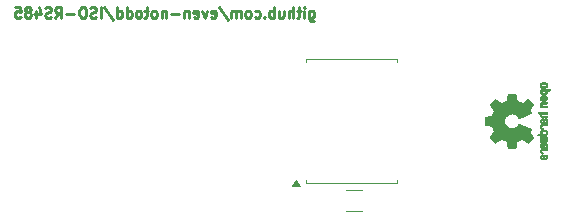
<source format=gbr>
%TF.GenerationSoftware,KiCad,Pcbnew,9.0.2*%
%TF.CreationDate,2025-07-27T21:59:35+02:00*%
%TF.ProjectId,USB-RS485_FT230,5553422d-5253-4343-9835-5f4654323330,rev?*%
%TF.SameCoordinates,Original*%
%TF.FileFunction,Legend,Bot*%
%TF.FilePolarity,Positive*%
%FSLAX46Y46*%
G04 Gerber Fmt 4.6, Leading zero omitted, Abs format (unit mm)*
G04 Created by KiCad (PCBNEW 9.0.2) date 2025-07-27 21:59:35*
%MOMM*%
%LPD*%
G01*
G04 APERTURE LIST*
%ADD10C,0.225000*%
%ADD11C,0.120000*%
%ADD12C,0.010000*%
G04 APERTURE END LIST*
D10*
X150466974Y-84237066D02*
X150466974Y-84965637D01*
X150466974Y-84965637D02*
X150509831Y-85051351D01*
X150509831Y-85051351D02*
X150552688Y-85094209D01*
X150552688Y-85094209D02*
X150638402Y-85137066D01*
X150638402Y-85137066D02*
X150766974Y-85137066D01*
X150766974Y-85137066D02*
X150852688Y-85094209D01*
X150466974Y-84794209D02*
X150552688Y-84837066D01*
X150552688Y-84837066D02*
X150724116Y-84837066D01*
X150724116Y-84837066D02*
X150809831Y-84794209D01*
X150809831Y-84794209D02*
X150852688Y-84751351D01*
X150852688Y-84751351D02*
X150895545Y-84665637D01*
X150895545Y-84665637D02*
X150895545Y-84408494D01*
X150895545Y-84408494D02*
X150852688Y-84322780D01*
X150852688Y-84322780D02*
X150809831Y-84279923D01*
X150809831Y-84279923D02*
X150724116Y-84237066D01*
X150724116Y-84237066D02*
X150552688Y-84237066D01*
X150552688Y-84237066D02*
X150466974Y-84279923D01*
X150038402Y-84837066D02*
X150038402Y-84237066D01*
X150038402Y-83937066D02*
X150081259Y-83979923D01*
X150081259Y-83979923D02*
X150038402Y-84022780D01*
X150038402Y-84022780D02*
X149995545Y-83979923D01*
X149995545Y-83979923D02*
X150038402Y-83937066D01*
X150038402Y-83937066D02*
X150038402Y-84022780D01*
X149738402Y-84237066D02*
X149395545Y-84237066D01*
X149609831Y-83937066D02*
X149609831Y-84708494D01*
X149609831Y-84708494D02*
X149566974Y-84794209D01*
X149566974Y-84794209D02*
X149481259Y-84837066D01*
X149481259Y-84837066D02*
X149395545Y-84837066D01*
X149095545Y-84837066D02*
X149095545Y-83937066D01*
X148709831Y-84837066D02*
X148709831Y-84365637D01*
X148709831Y-84365637D02*
X148752688Y-84279923D01*
X148752688Y-84279923D02*
X148838402Y-84237066D01*
X148838402Y-84237066D02*
X148966973Y-84237066D01*
X148966973Y-84237066D02*
X149052688Y-84279923D01*
X149052688Y-84279923D02*
X149095545Y-84322780D01*
X147895545Y-84237066D02*
X147895545Y-84837066D01*
X148281259Y-84237066D02*
X148281259Y-84708494D01*
X148281259Y-84708494D02*
X148238402Y-84794209D01*
X148238402Y-84794209D02*
X148152687Y-84837066D01*
X148152687Y-84837066D02*
X148024116Y-84837066D01*
X148024116Y-84837066D02*
X147938402Y-84794209D01*
X147938402Y-84794209D02*
X147895545Y-84751351D01*
X147466973Y-84837066D02*
X147466973Y-83937066D01*
X147466973Y-84279923D02*
X147381259Y-84237066D01*
X147381259Y-84237066D02*
X147209830Y-84237066D01*
X147209830Y-84237066D02*
X147124116Y-84279923D01*
X147124116Y-84279923D02*
X147081259Y-84322780D01*
X147081259Y-84322780D02*
X147038401Y-84408494D01*
X147038401Y-84408494D02*
X147038401Y-84665637D01*
X147038401Y-84665637D02*
X147081259Y-84751351D01*
X147081259Y-84751351D02*
X147124116Y-84794209D01*
X147124116Y-84794209D02*
X147209830Y-84837066D01*
X147209830Y-84837066D02*
X147381259Y-84837066D01*
X147381259Y-84837066D02*
X147466973Y-84794209D01*
X146652687Y-84751351D02*
X146609830Y-84794209D01*
X146609830Y-84794209D02*
X146652687Y-84837066D01*
X146652687Y-84837066D02*
X146695544Y-84794209D01*
X146695544Y-84794209D02*
X146652687Y-84751351D01*
X146652687Y-84751351D02*
X146652687Y-84837066D01*
X145838402Y-84794209D02*
X145924116Y-84837066D01*
X145924116Y-84837066D02*
X146095544Y-84837066D01*
X146095544Y-84837066D02*
X146181259Y-84794209D01*
X146181259Y-84794209D02*
X146224116Y-84751351D01*
X146224116Y-84751351D02*
X146266973Y-84665637D01*
X146266973Y-84665637D02*
X146266973Y-84408494D01*
X146266973Y-84408494D02*
X146224116Y-84322780D01*
X146224116Y-84322780D02*
X146181259Y-84279923D01*
X146181259Y-84279923D02*
X146095544Y-84237066D01*
X146095544Y-84237066D02*
X145924116Y-84237066D01*
X145924116Y-84237066D02*
X145838402Y-84279923D01*
X145324115Y-84837066D02*
X145409830Y-84794209D01*
X145409830Y-84794209D02*
X145452687Y-84751351D01*
X145452687Y-84751351D02*
X145495544Y-84665637D01*
X145495544Y-84665637D02*
X145495544Y-84408494D01*
X145495544Y-84408494D02*
X145452687Y-84322780D01*
X145452687Y-84322780D02*
X145409830Y-84279923D01*
X145409830Y-84279923D02*
X145324115Y-84237066D01*
X145324115Y-84237066D02*
X145195544Y-84237066D01*
X145195544Y-84237066D02*
X145109830Y-84279923D01*
X145109830Y-84279923D02*
X145066973Y-84322780D01*
X145066973Y-84322780D02*
X145024115Y-84408494D01*
X145024115Y-84408494D02*
X145024115Y-84665637D01*
X145024115Y-84665637D02*
X145066973Y-84751351D01*
X145066973Y-84751351D02*
X145109830Y-84794209D01*
X145109830Y-84794209D02*
X145195544Y-84837066D01*
X145195544Y-84837066D02*
X145324115Y-84837066D01*
X144638401Y-84837066D02*
X144638401Y-84237066D01*
X144638401Y-84322780D02*
X144595544Y-84279923D01*
X144595544Y-84279923D02*
X144509829Y-84237066D01*
X144509829Y-84237066D02*
X144381258Y-84237066D01*
X144381258Y-84237066D02*
X144295544Y-84279923D01*
X144295544Y-84279923D02*
X144252687Y-84365637D01*
X144252687Y-84365637D02*
X144252687Y-84837066D01*
X144252687Y-84365637D02*
X144209829Y-84279923D01*
X144209829Y-84279923D02*
X144124115Y-84237066D01*
X144124115Y-84237066D02*
X143995544Y-84237066D01*
X143995544Y-84237066D02*
X143909829Y-84279923D01*
X143909829Y-84279923D02*
X143866972Y-84365637D01*
X143866972Y-84365637D02*
X143866972Y-84837066D01*
X142795544Y-83894209D02*
X143566972Y-85051351D01*
X142152687Y-84794209D02*
X142238401Y-84837066D01*
X142238401Y-84837066D02*
X142409830Y-84837066D01*
X142409830Y-84837066D02*
X142495544Y-84794209D01*
X142495544Y-84794209D02*
X142538401Y-84708494D01*
X142538401Y-84708494D02*
X142538401Y-84365637D01*
X142538401Y-84365637D02*
X142495544Y-84279923D01*
X142495544Y-84279923D02*
X142409830Y-84237066D01*
X142409830Y-84237066D02*
X142238401Y-84237066D01*
X142238401Y-84237066D02*
X142152687Y-84279923D01*
X142152687Y-84279923D02*
X142109830Y-84365637D01*
X142109830Y-84365637D02*
X142109830Y-84451351D01*
X142109830Y-84451351D02*
X142538401Y-84537066D01*
X141809829Y-84237066D02*
X141595543Y-84837066D01*
X141595543Y-84837066D02*
X141381258Y-84237066D01*
X140695544Y-84794209D02*
X140781258Y-84837066D01*
X140781258Y-84837066D02*
X140952687Y-84837066D01*
X140952687Y-84837066D02*
X141038401Y-84794209D01*
X141038401Y-84794209D02*
X141081258Y-84708494D01*
X141081258Y-84708494D02*
X141081258Y-84365637D01*
X141081258Y-84365637D02*
X141038401Y-84279923D01*
X141038401Y-84279923D02*
X140952687Y-84237066D01*
X140952687Y-84237066D02*
X140781258Y-84237066D01*
X140781258Y-84237066D02*
X140695544Y-84279923D01*
X140695544Y-84279923D02*
X140652687Y-84365637D01*
X140652687Y-84365637D02*
X140652687Y-84451351D01*
X140652687Y-84451351D02*
X141081258Y-84537066D01*
X140266972Y-84237066D02*
X140266972Y-84837066D01*
X140266972Y-84322780D02*
X140224115Y-84279923D01*
X140224115Y-84279923D02*
X140138400Y-84237066D01*
X140138400Y-84237066D02*
X140009829Y-84237066D01*
X140009829Y-84237066D02*
X139924115Y-84279923D01*
X139924115Y-84279923D02*
X139881258Y-84365637D01*
X139881258Y-84365637D02*
X139881258Y-84837066D01*
X139452686Y-84494209D02*
X138766972Y-84494209D01*
X138338400Y-84237066D02*
X138338400Y-84837066D01*
X138338400Y-84322780D02*
X138295543Y-84279923D01*
X138295543Y-84279923D02*
X138209828Y-84237066D01*
X138209828Y-84237066D02*
X138081257Y-84237066D01*
X138081257Y-84237066D02*
X137995543Y-84279923D01*
X137995543Y-84279923D02*
X137952686Y-84365637D01*
X137952686Y-84365637D02*
X137952686Y-84837066D01*
X137395542Y-84837066D02*
X137481257Y-84794209D01*
X137481257Y-84794209D02*
X137524114Y-84751351D01*
X137524114Y-84751351D02*
X137566971Y-84665637D01*
X137566971Y-84665637D02*
X137566971Y-84408494D01*
X137566971Y-84408494D02*
X137524114Y-84322780D01*
X137524114Y-84322780D02*
X137481257Y-84279923D01*
X137481257Y-84279923D02*
X137395542Y-84237066D01*
X137395542Y-84237066D02*
X137266971Y-84237066D01*
X137266971Y-84237066D02*
X137181257Y-84279923D01*
X137181257Y-84279923D02*
X137138400Y-84322780D01*
X137138400Y-84322780D02*
X137095542Y-84408494D01*
X137095542Y-84408494D02*
X137095542Y-84665637D01*
X137095542Y-84665637D02*
X137138400Y-84751351D01*
X137138400Y-84751351D02*
X137181257Y-84794209D01*
X137181257Y-84794209D02*
X137266971Y-84837066D01*
X137266971Y-84837066D02*
X137395542Y-84837066D01*
X136838399Y-84237066D02*
X136495542Y-84237066D01*
X136709828Y-83937066D02*
X136709828Y-84708494D01*
X136709828Y-84708494D02*
X136666971Y-84794209D01*
X136666971Y-84794209D02*
X136581256Y-84837066D01*
X136581256Y-84837066D02*
X136495542Y-84837066D01*
X136066970Y-84837066D02*
X136152685Y-84794209D01*
X136152685Y-84794209D02*
X136195542Y-84751351D01*
X136195542Y-84751351D02*
X136238399Y-84665637D01*
X136238399Y-84665637D02*
X136238399Y-84408494D01*
X136238399Y-84408494D02*
X136195542Y-84322780D01*
X136195542Y-84322780D02*
X136152685Y-84279923D01*
X136152685Y-84279923D02*
X136066970Y-84237066D01*
X136066970Y-84237066D02*
X135938399Y-84237066D01*
X135938399Y-84237066D02*
X135852685Y-84279923D01*
X135852685Y-84279923D02*
X135809828Y-84322780D01*
X135809828Y-84322780D02*
X135766970Y-84408494D01*
X135766970Y-84408494D02*
X135766970Y-84665637D01*
X135766970Y-84665637D02*
X135809828Y-84751351D01*
X135809828Y-84751351D02*
X135852685Y-84794209D01*
X135852685Y-84794209D02*
X135938399Y-84837066D01*
X135938399Y-84837066D02*
X136066970Y-84837066D01*
X134995542Y-84837066D02*
X134995542Y-83937066D01*
X134995542Y-84794209D02*
X135081256Y-84837066D01*
X135081256Y-84837066D02*
X135252684Y-84837066D01*
X135252684Y-84837066D02*
X135338399Y-84794209D01*
X135338399Y-84794209D02*
X135381256Y-84751351D01*
X135381256Y-84751351D02*
X135424113Y-84665637D01*
X135424113Y-84665637D02*
X135424113Y-84408494D01*
X135424113Y-84408494D02*
X135381256Y-84322780D01*
X135381256Y-84322780D02*
X135338399Y-84279923D01*
X135338399Y-84279923D02*
X135252684Y-84237066D01*
X135252684Y-84237066D02*
X135081256Y-84237066D01*
X135081256Y-84237066D02*
X134995542Y-84279923D01*
X134181256Y-84837066D02*
X134181256Y-83937066D01*
X134181256Y-84794209D02*
X134266970Y-84837066D01*
X134266970Y-84837066D02*
X134438398Y-84837066D01*
X134438398Y-84837066D02*
X134524113Y-84794209D01*
X134524113Y-84794209D02*
X134566970Y-84751351D01*
X134566970Y-84751351D02*
X134609827Y-84665637D01*
X134609827Y-84665637D02*
X134609827Y-84408494D01*
X134609827Y-84408494D02*
X134566970Y-84322780D01*
X134566970Y-84322780D02*
X134524113Y-84279923D01*
X134524113Y-84279923D02*
X134438398Y-84237066D01*
X134438398Y-84237066D02*
X134266970Y-84237066D01*
X134266970Y-84237066D02*
X134181256Y-84279923D01*
X133109827Y-83894209D02*
X133881255Y-85051351D01*
X132809827Y-84837066D02*
X132809827Y-83937066D01*
X132424113Y-84794209D02*
X132295542Y-84837066D01*
X132295542Y-84837066D02*
X132081256Y-84837066D01*
X132081256Y-84837066D02*
X131995542Y-84794209D01*
X131995542Y-84794209D02*
X131952684Y-84751351D01*
X131952684Y-84751351D02*
X131909827Y-84665637D01*
X131909827Y-84665637D02*
X131909827Y-84579923D01*
X131909827Y-84579923D02*
X131952684Y-84494209D01*
X131952684Y-84494209D02*
X131995542Y-84451351D01*
X131995542Y-84451351D02*
X132081256Y-84408494D01*
X132081256Y-84408494D02*
X132252684Y-84365637D01*
X132252684Y-84365637D02*
X132338399Y-84322780D01*
X132338399Y-84322780D02*
X132381256Y-84279923D01*
X132381256Y-84279923D02*
X132424113Y-84194209D01*
X132424113Y-84194209D02*
X132424113Y-84108494D01*
X132424113Y-84108494D02*
X132381256Y-84022780D01*
X132381256Y-84022780D02*
X132338399Y-83979923D01*
X132338399Y-83979923D02*
X132252684Y-83937066D01*
X132252684Y-83937066D02*
X132038399Y-83937066D01*
X132038399Y-83937066D02*
X131909827Y-83979923D01*
X131352684Y-83937066D02*
X131181256Y-83937066D01*
X131181256Y-83937066D02*
X131095541Y-83979923D01*
X131095541Y-83979923D02*
X131009827Y-84065637D01*
X131009827Y-84065637D02*
X130966970Y-84237066D01*
X130966970Y-84237066D02*
X130966970Y-84537066D01*
X130966970Y-84537066D02*
X131009827Y-84708494D01*
X131009827Y-84708494D02*
X131095541Y-84794209D01*
X131095541Y-84794209D02*
X131181256Y-84837066D01*
X131181256Y-84837066D02*
X131352684Y-84837066D01*
X131352684Y-84837066D02*
X131438399Y-84794209D01*
X131438399Y-84794209D02*
X131524113Y-84708494D01*
X131524113Y-84708494D02*
X131566970Y-84537066D01*
X131566970Y-84537066D02*
X131566970Y-84237066D01*
X131566970Y-84237066D02*
X131524113Y-84065637D01*
X131524113Y-84065637D02*
X131438399Y-83979923D01*
X131438399Y-83979923D02*
X131352684Y-83937066D01*
X130581256Y-84494209D02*
X129895542Y-84494209D01*
X128952684Y-84837066D02*
X129252684Y-84408494D01*
X129466970Y-84837066D02*
X129466970Y-83937066D01*
X129466970Y-83937066D02*
X129124113Y-83937066D01*
X129124113Y-83937066D02*
X129038398Y-83979923D01*
X129038398Y-83979923D02*
X128995541Y-84022780D01*
X128995541Y-84022780D02*
X128952684Y-84108494D01*
X128952684Y-84108494D02*
X128952684Y-84237066D01*
X128952684Y-84237066D02*
X128995541Y-84322780D01*
X128995541Y-84322780D02*
X129038398Y-84365637D01*
X129038398Y-84365637D02*
X129124113Y-84408494D01*
X129124113Y-84408494D02*
X129466970Y-84408494D01*
X128609827Y-84794209D02*
X128481256Y-84837066D01*
X128481256Y-84837066D02*
X128266970Y-84837066D01*
X128266970Y-84837066D02*
X128181256Y-84794209D01*
X128181256Y-84794209D02*
X128138398Y-84751351D01*
X128138398Y-84751351D02*
X128095541Y-84665637D01*
X128095541Y-84665637D02*
X128095541Y-84579923D01*
X128095541Y-84579923D02*
X128138398Y-84494209D01*
X128138398Y-84494209D02*
X128181256Y-84451351D01*
X128181256Y-84451351D02*
X128266970Y-84408494D01*
X128266970Y-84408494D02*
X128438398Y-84365637D01*
X128438398Y-84365637D02*
X128524113Y-84322780D01*
X128524113Y-84322780D02*
X128566970Y-84279923D01*
X128566970Y-84279923D02*
X128609827Y-84194209D01*
X128609827Y-84194209D02*
X128609827Y-84108494D01*
X128609827Y-84108494D02*
X128566970Y-84022780D01*
X128566970Y-84022780D02*
X128524113Y-83979923D01*
X128524113Y-83979923D02*
X128438398Y-83937066D01*
X128438398Y-83937066D02*
X128224113Y-83937066D01*
X128224113Y-83937066D02*
X128095541Y-83979923D01*
X127324113Y-84237066D02*
X127324113Y-84837066D01*
X127538398Y-83894209D02*
X127752684Y-84537066D01*
X127752684Y-84537066D02*
X127195541Y-84537066D01*
X126724112Y-84322780D02*
X126809827Y-84279923D01*
X126809827Y-84279923D02*
X126852684Y-84237066D01*
X126852684Y-84237066D02*
X126895541Y-84151351D01*
X126895541Y-84151351D02*
X126895541Y-84108494D01*
X126895541Y-84108494D02*
X126852684Y-84022780D01*
X126852684Y-84022780D02*
X126809827Y-83979923D01*
X126809827Y-83979923D02*
X126724112Y-83937066D01*
X126724112Y-83937066D02*
X126552684Y-83937066D01*
X126552684Y-83937066D02*
X126466970Y-83979923D01*
X126466970Y-83979923D02*
X126424112Y-84022780D01*
X126424112Y-84022780D02*
X126381255Y-84108494D01*
X126381255Y-84108494D02*
X126381255Y-84151351D01*
X126381255Y-84151351D02*
X126424112Y-84237066D01*
X126424112Y-84237066D02*
X126466970Y-84279923D01*
X126466970Y-84279923D02*
X126552684Y-84322780D01*
X126552684Y-84322780D02*
X126724112Y-84322780D01*
X126724112Y-84322780D02*
X126809827Y-84365637D01*
X126809827Y-84365637D02*
X126852684Y-84408494D01*
X126852684Y-84408494D02*
X126895541Y-84494209D01*
X126895541Y-84494209D02*
X126895541Y-84665637D01*
X126895541Y-84665637D02*
X126852684Y-84751351D01*
X126852684Y-84751351D02*
X126809827Y-84794209D01*
X126809827Y-84794209D02*
X126724112Y-84837066D01*
X126724112Y-84837066D02*
X126552684Y-84837066D01*
X126552684Y-84837066D02*
X126466970Y-84794209D01*
X126466970Y-84794209D02*
X126424112Y-84751351D01*
X126424112Y-84751351D02*
X126381255Y-84665637D01*
X126381255Y-84665637D02*
X126381255Y-84494209D01*
X126381255Y-84494209D02*
X126424112Y-84408494D01*
X126424112Y-84408494D02*
X126466970Y-84365637D01*
X126466970Y-84365637D02*
X126552684Y-84322780D01*
X125566969Y-83937066D02*
X125995541Y-83937066D01*
X125995541Y-83937066D02*
X126038398Y-84365637D01*
X126038398Y-84365637D02*
X125995541Y-84322780D01*
X125995541Y-84322780D02*
X125909827Y-84279923D01*
X125909827Y-84279923D02*
X125695541Y-84279923D01*
X125695541Y-84279923D02*
X125609827Y-84322780D01*
X125609827Y-84322780D02*
X125566969Y-84365637D01*
X125566969Y-84365637D02*
X125524112Y-84451351D01*
X125524112Y-84451351D02*
X125524112Y-84665637D01*
X125524112Y-84665637D02*
X125566969Y-84751351D01*
X125566969Y-84751351D02*
X125609827Y-84794209D01*
X125609827Y-84794209D02*
X125695541Y-84837066D01*
X125695541Y-84837066D02*
X125909827Y-84837066D01*
X125909827Y-84837066D02*
X125995541Y-84794209D01*
X125995541Y-84794209D02*
X126038398Y-84751351D01*
D11*
%TO.C,C10*%
X153543748Y-99388909D02*
X154966252Y-99388909D01*
X153543748Y-101208909D02*
X154966252Y-101208909D01*
%TO.C,U5*%
X150185000Y-88323909D02*
X150185000Y-88578909D01*
X150185000Y-98843909D02*
X150185000Y-98588909D01*
X154045000Y-88323909D02*
X150185000Y-88323909D01*
X154045000Y-88323909D02*
X157905000Y-88323909D01*
X154045000Y-98843909D02*
X150185000Y-98843909D01*
X154045000Y-98843909D02*
X157905000Y-98843909D01*
X157905000Y-88323909D02*
X157905000Y-88578909D01*
X157905000Y-98843909D02*
X157905000Y-98588909D01*
X149672500Y-99058909D02*
X148992500Y-99058909D01*
X149332500Y-98588909D01*
X149672500Y-99058909D01*
G36*
X149672500Y-99058909D02*
G01*
X148992500Y-99058909D01*
X149332500Y-98588909D01*
X149672500Y-99058909D01*
G37*
D12*
%TO.C,REF\u002A\u002A*%
X170429027Y-95934907D02*
X170500715Y-95935756D01*
X170557925Y-95937198D01*
X170595809Y-95939095D01*
X170609514Y-95941312D01*
X170604981Y-95955737D01*
X170592670Y-95984855D01*
X170592272Y-95985728D01*
X170584356Y-96000849D01*
X170573495Y-96011018D01*
X170554471Y-96017218D01*
X170522069Y-96020431D01*
X170471071Y-96021639D01*
X170396261Y-96021823D01*
X170348804Y-96022195D01*
X170259615Y-96026159D01*
X170194287Y-96035236D01*
X170149393Y-96050385D01*
X170121507Y-96072564D01*
X170107203Y-96102734D01*
X170106206Y-96106919D01*
X170105427Y-96163429D01*
X170130744Y-96207499D01*
X170181502Y-96237937D01*
X170196175Y-96243365D01*
X170228649Y-96255738D01*
X170243572Y-96262004D01*
X170241516Y-96274873D01*
X170230357Y-96302976D01*
X170211927Y-96329188D01*
X170177098Y-96341138D01*
X170152151Y-96337573D01*
X170101547Y-96315674D01*
X170054128Y-96280265D01*
X170021334Y-96238857D01*
X170013752Y-96221509D01*
X170001076Y-96155820D01*
X170006097Y-96086080D01*
X170028355Y-96026156D01*
X170045080Y-96001236D01*
X170069043Y-95975999D01*
X170099526Y-95957997D01*
X170141023Y-95946051D01*
X170198032Y-95938979D01*
X170275047Y-95935601D01*
X170376565Y-95934738D01*
X170429027Y-95934907D01*
G36*
X170429027Y-95934907D02*
G01*
X170500715Y-95935756D01*
X170557925Y-95937198D01*
X170595809Y-95939095D01*
X170609514Y-95941312D01*
X170604981Y-95955737D01*
X170592670Y-95984855D01*
X170592272Y-95985728D01*
X170584356Y-96000849D01*
X170573495Y-96011018D01*
X170554471Y-96017218D01*
X170522069Y-96020431D01*
X170471071Y-96021639D01*
X170396261Y-96021823D01*
X170348804Y-96022195D01*
X170259615Y-96026159D01*
X170194287Y-96035236D01*
X170149393Y-96050385D01*
X170121507Y-96072564D01*
X170107203Y-96102734D01*
X170106206Y-96106919D01*
X170105427Y-96163429D01*
X170130744Y-96207499D01*
X170181502Y-96237937D01*
X170196175Y-96243365D01*
X170228649Y-96255738D01*
X170243572Y-96262004D01*
X170241516Y-96274873D01*
X170230357Y-96302976D01*
X170211927Y-96329188D01*
X170177098Y-96341138D01*
X170152151Y-96337573D01*
X170101547Y-96315674D01*
X170054128Y-96280265D01*
X170021334Y-96238857D01*
X170013752Y-96221509D01*
X170001076Y-96155820D01*
X170006097Y-96086080D01*
X170028355Y-96026156D01*
X170045080Y-96001236D01*
X170069043Y-95975999D01*
X170099526Y-95957997D01*
X170141023Y-95946051D01*
X170198032Y-95938979D01*
X170275047Y-95935601D01*
X170376565Y-95934738D01*
X170429027Y-95934907D01*
G37*
X170609491Y-92008684D02*
X170596156Y-92043641D01*
X170583323Y-92069812D01*
X170566780Y-92086896D01*
X170541465Y-92096823D01*
X170502316Y-92101523D01*
X170444268Y-92102927D01*
X170362261Y-92102966D01*
X170296895Y-92103165D01*
X170234173Y-92104350D01*
X170191334Y-92107180D01*
X170163220Y-92112300D01*
X170144675Y-92120356D01*
X170130543Y-92131995D01*
X170110600Y-92160606D01*
X170103083Y-92208670D01*
X170122079Y-92256221D01*
X170124511Y-92259359D01*
X170135748Y-92269140D01*
X170153770Y-92276356D01*
X170183026Y-92281610D01*
X170227962Y-92285507D01*
X170293028Y-92288653D01*
X170382670Y-92291652D01*
X170622697Y-92298909D01*
X170595044Y-92360595D01*
X170567391Y-92422280D01*
X170348246Y-92422280D01*
X170288711Y-92422025D01*
X170205892Y-92419823D01*
X170144227Y-92414248D01*
X170098748Y-92403968D01*
X170064484Y-92387651D01*
X170036466Y-92363966D01*
X170009723Y-92331581D01*
X169982780Y-92285002D01*
X169965191Y-92211622D01*
X169972822Y-92137889D01*
X170004680Y-92070099D01*
X170059770Y-92014543D01*
X170077016Y-92003028D01*
X170096562Y-91993477D01*
X170121198Y-91986703D01*
X170155711Y-91982090D01*
X170204889Y-91979021D01*
X170273519Y-91976880D01*
X170366389Y-91975050D01*
X170624007Y-91970505D01*
X170609491Y-92008684D01*
G36*
X170609491Y-92008684D02*
G01*
X170596156Y-92043641D01*
X170583323Y-92069812D01*
X170566780Y-92086896D01*
X170541465Y-92096823D01*
X170502316Y-92101523D01*
X170444268Y-92102927D01*
X170362261Y-92102966D01*
X170296895Y-92103165D01*
X170234173Y-92104350D01*
X170191334Y-92107180D01*
X170163220Y-92112300D01*
X170144675Y-92120356D01*
X170130543Y-92131995D01*
X170110600Y-92160606D01*
X170103083Y-92208670D01*
X170122079Y-92256221D01*
X170124511Y-92259359D01*
X170135748Y-92269140D01*
X170153770Y-92276356D01*
X170183026Y-92281610D01*
X170227962Y-92285507D01*
X170293028Y-92288653D01*
X170382670Y-92291652D01*
X170622697Y-92298909D01*
X170595044Y-92360595D01*
X170567391Y-92422280D01*
X170348246Y-92422280D01*
X170288711Y-92422025D01*
X170205892Y-92419823D01*
X170144227Y-92414248D01*
X170098748Y-92403968D01*
X170064484Y-92387651D01*
X170036466Y-92363966D01*
X170009723Y-92331581D01*
X169982780Y-92285002D01*
X169965191Y-92211622D01*
X169972822Y-92137889D01*
X170004680Y-92070099D01*
X170059770Y-92014543D01*
X170077016Y-92003028D01*
X170096562Y-91993477D01*
X170121198Y-91986703D01*
X170155711Y-91982090D01*
X170204889Y-91979021D01*
X170273519Y-91976880D01*
X170366389Y-91975050D01*
X170624007Y-91970505D01*
X170609491Y-92008684D01*
G37*
X170554934Y-93846915D02*
X170595948Y-93850745D01*
X170609514Y-93857020D01*
X170605452Y-93876011D01*
X170593144Y-93908271D01*
X170589545Y-93915868D01*
X170581398Y-93927733D01*
X170568004Y-93935915D01*
X170544608Y-93941266D01*
X170506455Y-93944640D01*
X170448790Y-93946890D01*
X170366857Y-93948869D01*
X170342907Y-93949411D01*
X170267266Y-93951506D01*
X170214328Y-93954226D01*
X170179075Y-93958394D01*
X170156487Y-93964830D01*
X170141544Y-93974359D01*
X170129227Y-93987803D01*
X170107634Y-94027604D01*
X170103476Y-94076568D01*
X170119999Y-94120380D01*
X170154210Y-94151901D01*
X170203114Y-94163995D01*
X170216407Y-94164331D01*
X170240472Y-94170937D01*
X170244144Y-94190439D01*
X170229813Y-94228626D01*
X170225217Y-94237471D01*
X170198186Y-94261375D01*
X170157994Y-94261848D01*
X170102409Y-94239073D01*
X170072117Y-94218182D01*
X170029084Y-94164767D01*
X170004755Y-94098835D01*
X170001443Y-94028335D01*
X170021467Y-93961218D01*
X170024003Y-93956636D01*
X170053057Y-93919205D01*
X170090410Y-93885739D01*
X170098852Y-93879902D01*
X170118553Y-93868744D01*
X170141935Y-93860773D01*
X170174067Y-93855291D01*
X170220019Y-93851602D01*
X170284859Y-93849010D01*
X170373657Y-93846817D01*
X170388669Y-93846507D01*
X170485999Y-93845509D01*
X170554934Y-93846915D01*
G36*
X170554934Y-93846915D02*
G01*
X170595948Y-93850745D01*
X170609514Y-93857020D01*
X170605452Y-93876011D01*
X170593144Y-93908271D01*
X170589545Y-93915868D01*
X170581398Y-93927733D01*
X170568004Y-93935915D01*
X170544608Y-93941266D01*
X170506455Y-93944640D01*
X170448790Y-93946890D01*
X170366857Y-93948869D01*
X170342907Y-93949411D01*
X170267266Y-93951506D01*
X170214328Y-93954226D01*
X170179075Y-93958394D01*
X170156487Y-93964830D01*
X170141544Y-93974359D01*
X170129227Y-93987803D01*
X170107634Y-94027604D01*
X170103476Y-94076568D01*
X170119999Y-94120380D01*
X170154210Y-94151901D01*
X170203114Y-94163995D01*
X170216407Y-94164331D01*
X170240472Y-94170937D01*
X170244144Y-94190439D01*
X170229813Y-94228626D01*
X170225217Y-94237471D01*
X170198186Y-94261375D01*
X170157994Y-94261848D01*
X170102409Y-94239073D01*
X170072117Y-94218182D01*
X170029084Y-94164767D01*
X170004755Y-94098835D01*
X170001443Y-94028335D01*
X170021467Y-93961218D01*
X170024003Y-93956636D01*
X170053057Y-93919205D01*
X170090410Y-93885739D01*
X170098852Y-93879902D01*
X170118553Y-93868744D01*
X170141935Y-93860773D01*
X170174067Y-93855291D01*
X170220019Y-93851602D01*
X170284859Y-93849010D01*
X170373657Y-93846817D01*
X170388669Y-93846507D01*
X170485999Y-93845509D01*
X170554934Y-93846915D01*
G37*
X170324498Y-92843390D02*
X170417141Y-92843911D01*
X170495700Y-92844710D01*
X170556439Y-92845737D01*
X170595623Y-92846946D01*
X170609514Y-92848286D01*
X170609468Y-92848810D01*
X170604420Y-92866622D01*
X170593580Y-92899086D01*
X170577646Y-92944795D01*
X170373173Y-92944795D01*
X170292832Y-92945085D01*
X170234562Y-92946435D01*
X170194909Y-92949540D01*
X170168618Y-92955097D01*
X170150436Y-92963802D01*
X170135107Y-92976353D01*
X170126955Y-92984910D01*
X170104375Y-93031181D01*
X170106375Y-93082181D01*
X170133073Y-93128916D01*
X170139698Y-93135720D01*
X170153456Y-93146616D01*
X170171642Y-93154073D01*
X170199177Y-93158740D01*
X170240981Y-93161267D01*
X170301973Y-93162307D01*
X170387073Y-93162509D01*
X170430234Y-93162606D01*
X170501224Y-93163235D01*
X170558076Y-93164353D01*
X170595828Y-93165846D01*
X170609514Y-93167600D01*
X170609468Y-93168124D01*
X170604420Y-93185936D01*
X170593580Y-93218400D01*
X170577646Y-93264109D01*
X170372237Y-93264086D01*
X170353951Y-93264052D01*
X170258626Y-93262131D01*
X170186543Y-93256231D01*
X170132813Y-93244908D01*
X170092549Y-93226722D01*
X170060861Y-93200230D01*
X170032861Y-93163991D01*
X170015333Y-93128646D01*
X170001785Y-93072136D01*
X170001015Y-93016553D01*
X170014195Y-92973823D01*
X170016015Y-92970611D01*
X170015820Y-92960704D01*
X170000572Y-92953934D01*
X169965613Y-92949048D01*
X169906289Y-92944795D01*
X169784547Y-92937538D01*
X169804444Y-92890366D01*
X169824342Y-92843195D01*
X170221509Y-92843195D01*
X170324498Y-92843390D01*
G36*
X170324498Y-92843390D02*
G01*
X170417141Y-92843911D01*
X170495700Y-92844710D01*
X170556439Y-92845737D01*
X170595623Y-92846946D01*
X170609514Y-92848286D01*
X170609468Y-92848810D01*
X170604420Y-92866622D01*
X170593580Y-92899086D01*
X170577646Y-92944795D01*
X170373173Y-92944795D01*
X170292832Y-92945085D01*
X170234562Y-92946435D01*
X170194909Y-92949540D01*
X170168618Y-92955097D01*
X170150436Y-92963802D01*
X170135107Y-92976353D01*
X170126955Y-92984910D01*
X170104375Y-93031181D01*
X170106375Y-93082181D01*
X170133073Y-93128916D01*
X170139698Y-93135720D01*
X170153456Y-93146616D01*
X170171642Y-93154073D01*
X170199177Y-93158740D01*
X170240981Y-93161267D01*
X170301973Y-93162307D01*
X170387073Y-93162509D01*
X170430234Y-93162606D01*
X170501224Y-93163235D01*
X170558076Y-93164353D01*
X170595828Y-93165846D01*
X170609514Y-93167600D01*
X170609468Y-93168124D01*
X170604420Y-93185936D01*
X170593580Y-93218400D01*
X170577646Y-93264109D01*
X170372237Y-93264086D01*
X170353951Y-93264052D01*
X170258626Y-93262131D01*
X170186543Y-93256231D01*
X170132813Y-93244908D01*
X170092549Y-93226722D01*
X170060861Y-93200230D01*
X170032861Y-93163991D01*
X170015333Y-93128646D01*
X170001785Y-93072136D01*
X170001015Y-93016553D01*
X170014195Y-92973823D01*
X170016015Y-92970611D01*
X170015820Y-92960704D01*
X170000572Y-92953934D01*
X169965613Y-92949048D01*
X169906289Y-92944795D01*
X169784547Y-92937538D01*
X169804444Y-92890366D01*
X169824342Y-92843195D01*
X170221509Y-92843195D01*
X170324498Y-92843390D01*
G37*
X170566127Y-94892097D02*
X170576427Y-94902589D01*
X170599320Y-94931654D01*
X170606735Y-94960966D01*
X170603321Y-95004583D01*
X170601114Y-95022341D01*
X170596445Y-95068142D01*
X170594585Y-95100166D01*
X170594869Y-95109665D01*
X170597948Y-95148635D01*
X170603321Y-95195749D01*
X170605168Y-95210824D01*
X170605893Y-95248799D01*
X170594429Y-95276584D01*
X170566127Y-95308235D01*
X170520196Y-95354166D01*
X170260055Y-95354166D01*
X170183180Y-95353808D01*
X170109886Y-95352693D01*
X170051850Y-95350957D01*
X170013663Y-95348742D01*
X169999914Y-95346188D01*
X169999951Y-95345653D01*
X170006793Y-95327101D01*
X170021868Y-95295756D01*
X170043822Y-95253301D01*
X170272240Y-95249305D01*
X170500657Y-95245309D01*
X170500657Y-95158223D01*
X170250286Y-95154252D01*
X170182227Y-95152993D01*
X170109482Y-95151191D01*
X170051730Y-95149238D01*
X170013648Y-95147297D01*
X169999914Y-95145532D01*
X169999962Y-95145024D01*
X170005015Y-95127427D01*
X170015849Y-95095075D01*
X170031783Y-95049366D01*
X170251706Y-95049144D01*
X170289909Y-95048921D01*
X170364146Y-95047378D01*
X170426145Y-95044617D01*
X170470308Y-95040932D01*
X170491041Y-95036617D01*
X170502131Y-95021177D01*
X170505556Y-94989668D01*
X170500657Y-94955023D01*
X170250286Y-94951052D01*
X170186663Y-94949631D01*
X170111356Y-94946684D01*
X170052286Y-94942830D01*
X170013718Y-94938367D01*
X169999914Y-94933592D01*
X170004282Y-94914968D01*
X170016758Y-94883135D01*
X170033602Y-94846166D01*
X170520196Y-94846166D01*
X170566127Y-94892097D01*
G36*
X170566127Y-94892097D02*
G01*
X170576427Y-94902589D01*
X170599320Y-94931654D01*
X170606735Y-94960966D01*
X170603321Y-95004583D01*
X170601114Y-95022341D01*
X170596445Y-95068142D01*
X170594585Y-95100166D01*
X170594869Y-95109665D01*
X170597948Y-95148635D01*
X170603321Y-95195749D01*
X170605168Y-95210824D01*
X170605893Y-95248799D01*
X170594429Y-95276584D01*
X170566127Y-95308235D01*
X170520196Y-95354166D01*
X170260055Y-95354166D01*
X170183180Y-95353808D01*
X170109886Y-95352693D01*
X170051850Y-95350957D01*
X170013663Y-95348742D01*
X169999914Y-95346188D01*
X169999951Y-95345653D01*
X170006793Y-95327101D01*
X170021868Y-95295756D01*
X170043822Y-95253301D01*
X170272240Y-95249305D01*
X170500657Y-95245309D01*
X170500657Y-95158223D01*
X170250286Y-95154252D01*
X170182227Y-95152993D01*
X170109482Y-95151191D01*
X170051730Y-95149238D01*
X170013648Y-95147297D01*
X169999914Y-95145532D01*
X169999962Y-95145024D01*
X170005015Y-95127427D01*
X170015849Y-95095075D01*
X170031783Y-95049366D01*
X170251706Y-95049144D01*
X170289909Y-95048921D01*
X170364146Y-95047378D01*
X170426145Y-95044617D01*
X170470308Y-95040932D01*
X170491041Y-95036617D01*
X170502131Y-95021177D01*
X170505556Y-94989668D01*
X170500657Y-94955023D01*
X170250286Y-94951052D01*
X170186663Y-94949631D01*
X170111356Y-94946684D01*
X170052286Y-94942830D01*
X170013718Y-94938367D01*
X169999914Y-94933592D01*
X170004282Y-94914968D01*
X170016758Y-94883135D01*
X170033602Y-94846166D01*
X170520196Y-94846166D01*
X170566127Y-94892097D01*
G37*
X170305935Y-90303208D02*
X170376119Y-90303995D01*
X170425022Y-90306699D01*
X170459178Y-90312303D01*
X170485124Y-90321790D01*
X170509397Y-90336141D01*
X170514433Y-90339672D01*
X170554143Y-90377031D01*
X170584092Y-90419598D01*
X170593810Y-90441457D01*
X170610020Y-90520001D01*
X170599535Y-90597678D01*
X170563707Y-90669264D01*
X170503887Y-90729535D01*
X170495873Y-90734623D01*
X170449342Y-90751179D01*
X170384552Y-90762336D01*
X170309727Y-90767749D01*
X170233096Y-90767076D01*
X170162882Y-90759972D01*
X170107312Y-90746094D01*
X170070301Y-90728260D01*
X170012733Y-90678054D01*
X169976962Y-90610024D01*
X169965426Y-90531901D01*
X170101514Y-90531901D01*
X170102635Y-90545469D01*
X170123194Y-90583479D01*
X170169299Y-90608597D01*
X170240513Y-90620661D01*
X170336399Y-90619507D01*
X170342569Y-90619043D01*
X170395478Y-90612280D01*
X170429029Y-90600238D01*
X170452016Y-90579904D01*
X170473548Y-90545812D01*
X170474680Y-90512095D01*
X170449857Y-90477366D01*
X170443325Y-90471325D01*
X170423779Y-90459492D01*
X170395386Y-90452505D01*
X170351430Y-90449182D01*
X170285192Y-90448338D01*
X170223150Y-90449784D01*
X170164042Y-90457002D01*
X170126686Y-90471903D01*
X170107152Y-90496273D01*
X170101514Y-90531901D01*
X169965426Y-90531901D01*
X169964665Y-90526751D01*
X169965331Y-90504511D01*
X169978947Y-90439018D01*
X170013249Y-90385222D01*
X170072338Y-90335852D01*
X170076722Y-90332914D01*
X170100299Y-90319622D01*
X170126949Y-90310977D01*
X170163159Y-90306005D01*
X170215413Y-90303735D01*
X170285192Y-90303231D01*
X170290200Y-90303195D01*
X170305935Y-90303208D01*
G36*
X170305935Y-90303208D02*
G01*
X170376119Y-90303995D01*
X170425022Y-90306699D01*
X170459178Y-90312303D01*
X170485124Y-90321790D01*
X170509397Y-90336141D01*
X170514433Y-90339672D01*
X170554143Y-90377031D01*
X170584092Y-90419598D01*
X170593810Y-90441457D01*
X170610020Y-90520001D01*
X170599535Y-90597678D01*
X170563707Y-90669264D01*
X170503887Y-90729535D01*
X170495873Y-90734623D01*
X170449342Y-90751179D01*
X170384552Y-90762336D01*
X170309727Y-90767749D01*
X170233096Y-90767076D01*
X170162882Y-90759972D01*
X170107312Y-90746094D01*
X170070301Y-90728260D01*
X170012733Y-90678054D01*
X169976962Y-90610024D01*
X169965426Y-90531901D01*
X170101514Y-90531901D01*
X170102635Y-90545469D01*
X170123194Y-90583479D01*
X170169299Y-90608597D01*
X170240513Y-90620661D01*
X170336399Y-90619507D01*
X170342569Y-90619043D01*
X170395478Y-90612280D01*
X170429029Y-90600238D01*
X170452016Y-90579904D01*
X170473548Y-90545812D01*
X170474680Y-90512095D01*
X170449857Y-90477366D01*
X170443325Y-90471325D01*
X170423779Y-90459492D01*
X170395386Y-90452505D01*
X170351430Y-90449182D01*
X170285192Y-90448338D01*
X170223150Y-90449784D01*
X170164042Y-90457002D01*
X170126686Y-90471903D01*
X170107152Y-90496273D01*
X170101514Y-90531901D01*
X169965426Y-90531901D01*
X169964665Y-90526751D01*
X169965331Y-90504511D01*
X169978947Y-90439018D01*
X170013249Y-90385222D01*
X170072338Y-90335852D01*
X170076722Y-90332914D01*
X170100299Y-90319622D01*
X170126949Y-90310977D01*
X170163159Y-90306005D01*
X170215413Y-90303735D01*
X170285192Y-90303231D01*
X170290200Y-90303195D01*
X170305935Y-90303208D01*
G37*
X170346305Y-96428602D02*
X170422521Y-96432147D01*
X170478294Y-96441426D01*
X170519613Y-96458534D01*
X170552467Y-96485565D01*
X170582846Y-96524617D01*
X170596660Y-96549464D01*
X170605965Y-96589294D01*
X170605230Y-96645244D01*
X170602283Y-96676524D01*
X170593283Y-96714256D01*
X170573720Y-96744415D01*
X170537267Y-96779501D01*
X170531943Y-96784189D01*
X170490969Y-96815732D01*
X170455283Y-96830781D01*
X170412966Y-96834623D01*
X170350779Y-96834623D01*
X170367182Y-96791167D01*
X170386356Y-96759485D01*
X170431347Y-96731947D01*
X170445752Y-96726198D01*
X170486546Y-96694054D01*
X170507081Y-96650298D01*
X170505235Y-96602655D01*
X170478886Y-96558852D01*
X170462455Y-96543798D01*
X170437667Y-96530146D01*
X170415144Y-96534416D01*
X170391964Y-96558993D01*
X170365202Y-96606258D01*
X170331934Y-96678595D01*
X170266816Y-96827366D01*
X170202308Y-96831314D01*
X170154064Y-96829571D01*
X170093096Y-96807628D01*
X170059497Y-96779930D01*
X170021966Y-96722504D01*
X170003006Y-96654382D01*
X170003135Y-96648319D01*
X170101364Y-96648319D01*
X170124109Y-96700765D01*
X170135481Y-96715300D01*
X170161220Y-96732899D01*
X170186657Y-96725541D01*
X170213814Y-96692061D01*
X170244714Y-96631295D01*
X170249190Y-96621240D01*
X170270017Y-96573158D01*
X170284665Y-96537183D01*
X170290200Y-96520465D01*
X170286126Y-96517932D01*
X170261247Y-96516916D01*
X170221257Y-96520540D01*
X170182152Y-96529667D01*
X170132884Y-96558136D01*
X170105122Y-96599231D01*
X170101364Y-96648319D01*
X170003135Y-96648319D01*
X170004507Y-96583962D01*
X170028355Y-96519642D01*
X170037513Y-96505483D01*
X170065849Y-96473005D01*
X170101695Y-96450793D01*
X170150384Y-96437105D01*
X170217249Y-96430194D01*
X170261247Y-96429281D01*
X170307622Y-96428319D01*
X170346305Y-96428602D01*
G36*
X170346305Y-96428602D02*
G01*
X170422521Y-96432147D01*
X170478294Y-96441426D01*
X170519613Y-96458534D01*
X170552467Y-96485565D01*
X170582846Y-96524617D01*
X170596660Y-96549464D01*
X170605965Y-96589294D01*
X170605230Y-96645244D01*
X170602283Y-96676524D01*
X170593283Y-96714256D01*
X170573720Y-96744415D01*
X170537267Y-96779501D01*
X170531943Y-96784189D01*
X170490969Y-96815732D01*
X170455283Y-96830781D01*
X170412966Y-96834623D01*
X170350779Y-96834623D01*
X170367182Y-96791167D01*
X170386356Y-96759485D01*
X170431347Y-96731947D01*
X170445752Y-96726198D01*
X170486546Y-96694054D01*
X170507081Y-96650298D01*
X170505235Y-96602655D01*
X170478886Y-96558852D01*
X170462455Y-96543798D01*
X170437667Y-96530146D01*
X170415144Y-96534416D01*
X170391964Y-96558993D01*
X170365202Y-96606258D01*
X170331934Y-96678595D01*
X170266816Y-96827366D01*
X170202308Y-96831314D01*
X170154064Y-96829571D01*
X170093096Y-96807628D01*
X170059497Y-96779930D01*
X170021966Y-96722504D01*
X170003006Y-96654382D01*
X170003135Y-96648319D01*
X170101364Y-96648319D01*
X170124109Y-96700765D01*
X170135481Y-96715300D01*
X170161220Y-96732899D01*
X170186657Y-96725541D01*
X170213814Y-96692061D01*
X170244714Y-96631295D01*
X170249190Y-96621240D01*
X170270017Y-96573158D01*
X170284665Y-96537183D01*
X170290200Y-96520465D01*
X170286126Y-96517932D01*
X170261247Y-96516916D01*
X170221257Y-96520540D01*
X170182152Y-96529667D01*
X170132884Y-96558136D01*
X170105122Y-96599231D01*
X170101364Y-96648319D01*
X170003135Y-96648319D01*
X170004507Y-96583962D01*
X170028355Y-96519642D01*
X170037513Y-96505483D01*
X170065849Y-96473005D01*
X170101695Y-96450793D01*
X170150384Y-96437105D01*
X170217249Y-96430194D01*
X170261247Y-96429281D01*
X170307622Y-96428319D01*
X170346305Y-96428602D01*
G37*
X170361313Y-94339372D02*
X170438462Y-94347564D01*
X170496276Y-94365390D01*
X170540422Y-94394934D01*
X170576568Y-94438284D01*
X170597463Y-94479577D01*
X170609090Y-94548922D01*
X170596377Y-94618173D01*
X170560945Y-94680764D01*
X170504418Y-94730130D01*
X170493995Y-94736091D01*
X170475733Y-94743964D01*
X170452429Y-94749803D01*
X170420085Y-94753910D01*
X170374704Y-94756584D01*
X170312287Y-94758128D01*
X170228837Y-94758842D01*
X170120358Y-94759026D01*
X169783601Y-94759080D01*
X169803362Y-94711909D01*
X169808770Y-94699437D01*
X169820985Y-94679585D01*
X169839482Y-94668222D01*
X169871829Y-94661976D01*
X169925593Y-94657480D01*
X169973866Y-94653374D01*
X170005557Y-94647946D01*
X170017383Y-94640170D01*
X170014212Y-94628452D01*
X170003067Y-94598591D01*
X170000304Y-94545225D01*
X170002837Y-94531133D01*
X170103843Y-94531133D01*
X170107198Y-94581869D01*
X170135107Y-94625922D01*
X170146173Y-94635405D01*
X170167009Y-94646970D01*
X170196106Y-94653657D01*
X170240381Y-94656736D01*
X170306748Y-94657480D01*
X170359577Y-94657137D01*
X170407362Y-94654967D01*
X170438209Y-94649602D01*
X170458935Y-94639692D01*
X170476356Y-94623888D01*
X170479705Y-94620185D01*
X170504419Y-94572610D01*
X170501890Y-94522274D01*
X170472288Y-94475392D01*
X170456953Y-94461432D01*
X170436622Y-94449749D01*
X170408514Y-94443223D01*
X170365550Y-94440385D01*
X170300647Y-94439766D01*
X170251122Y-94440072D01*
X170202782Y-94442187D01*
X170171587Y-94447519D01*
X170150647Y-94457449D01*
X170133073Y-94473359D01*
X170125159Y-94482705D01*
X170103843Y-94531133D01*
X170002837Y-94531133D01*
X170010625Y-94487816D01*
X170032861Y-94438284D01*
X170053443Y-94411033D01*
X170093600Y-94376044D01*
X170145086Y-94353635D01*
X170213568Y-94341719D01*
X170300647Y-94338367D01*
X170304714Y-94338211D01*
X170361313Y-94339372D01*
G36*
X170361313Y-94339372D02*
G01*
X170438462Y-94347564D01*
X170496276Y-94365390D01*
X170540422Y-94394934D01*
X170576568Y-94438284D01*
X170597463Y-94479577D01*
X170609090Y-94548922D01*
X170596377Y-94618173D01*
X170560945Y-94680764D01*
X170504418Y-94730130D01*
X170493995Y-94736091D01*
X170475733Y-94743964D01*
X170452429Y-94749803D01*
X170420085Y-94753910D01*
X170374704Y-94756584D01*
X170312287Y-94758128D01*
X170228837Y-94758842D01*
X170120358Y-94759026D01*
X169783601Y-94759080D01*
X169803362Y-94711909D01*
X169808770Y-94699437D01*
X169820985Y-94679585D01*
X169839482Y-94668222D01*
X169871829Y-94661976D01*
X169925593Y-94657480D01*
X169973866Y-94653374D01*
X170005557Y-94647946D01*
X170017383Y-94640170D01*
X170014212Y-94628452D01*
X170003067Y-94598591D01*
X170000304Y-94545225D01*
X170002837Y-94531133D01*
X170103843Y-94531133D01*
X170107198Y-94581869D01*
X170135107Y-94625922D01*
X170146173Y-94635405D01*
X170167009Y-94646970D01*
X170196106Y-94653657D01*
X170240381Y-94656736D01*
X170306748Y-94657480D01*
X170359577Y-94657137D01*
X170407362Y-94654967D01*
X170438209Y-94649602D01*
X170458935Y-94639692D01*
X170476356Y-94623888D01*
X170479705Y-94620185D01*
X170504419Y-94572610D01*
X170501890Y-94522274D01*
X170472288Y-94475392D01*
X170456953Y-94461432D01*
X170436622Y-94449749D01*
X170408514Y-94443223D01*
X170365550Y-94440385D01*
X170300647Y-94439766D01*
X170251122Y-94440072D01*
X170202782Y-94442187D01*
X170171587Y-94447519D01*
X170150647Y-94457449D01*
X170133073Y-94473359D01*
X170125159Y-94482705D01*
X170103843Y-94531133D01*
X170002837Y-94531133D01*
X170010625Y-94487816D01*
X170032861Y-94438284D01*
X170053443Y-94411033D01*
X170093600Y-94376044D01*
X170145086Y-94353635D01*
X170213568Y-94341719D01*
X170300647Y-94338367D01*
X170304714Y-94338211D01*
X170361313Y-94339372D01*
G37*
X170359078Y-91411225D02*
X170382387Y-91413831D01*
X170465352Y-91433249D01*
X170528448Y-91468336D01*
X170576808Y-91521697D01*
X170578804Y-91524713D01*
X170607185Y-91592547D01*
X170609711Y-91663374D01*
X170588097Y-91731620D01*
X170544062Y-91791713D01*
X170479322Y-91838080D01*
X170477761Y-91838859D01*
X170437558Y-91854266D01*
X170391866Y-91865552D01*
X170348972Y-91871539D01*
X170317160Y-91871048D01*
X170304714Y-91862902D01*
X170305471Y-91855665D01*
X170319235Y-91821058D01*
X170344546Y-91781831D01*
X170373845Y-91748461D01*
X170399572Y-91731426D01*
X170434471Y-91713717D01*
X170466212Y-91677424D01*
X170478886Y-91635279D01*
X170475221Y-91619832D01*
X170456774Y-91589340D01*
X170431166Y-91562781D01*
X170407934Y-91551423D01*
X170407848Y-91551427D01*
X170397179Y-91564313D01*
X170377933Y-91598668D01*
X170352813Y-91649316D01*
X170324524Y-91711080D01*
X170324374Y-91711420D01*
X170294498Y-91778521D01*
X170272973Y-91823498D01*
X170256437Y-91850764D01*
X170241531Y-91864731D01*
X170224893Y-91869812D01*
X170203162Y-91870419D01*
X170151086Y-91865076D01*
X170080335Y-91838658D01*
X170024735Y-91794436D01*
X169986239Y-91737212D01*
X169966797Y-91671789D01*
X169967910Y-91622755D01*
X170102950Y-91622755D01*
X170104845Y-91664832D01*
X170130632Y-91703904D01*
X170148451Y-91719262D01*
X170162013Y-91722909D01*
X170174949Y-91708118D01*
X170194333Y-91671265D01*
X170194881Y-91670184D01*
X170215587Y-91626704D01*
X170232105Y-91587807D01*
X170239093Y-91563131D01*
X170229753Y-91553233D01*
X170197748Y-91551423D01*
X170157915Y-91558943D01*
X170121717Y-91585012D01*
X170102950Y-91622755D01*
X169967910Y-91622755D01*
X169968359Y-91602972D01*
X169992878Y-91535562D01*
X170042302Y-91474365D01*
X170091212Y-91440459D01*
X170161027Y-91416103D01*
X170197748Y-91412142D01*
X170249055Y-91406610D01*
X170359078Y-91411225D01*
G36*
X170359078Y-91411225D02*
G01*
X170382387Y-91413831D01*
X170465352Y-91433249D01*
X170528448Y-91468336D01*
X170576808Y-91521697D01*
X170578804Y-91524713D01*
X170607185Y-91592547D01*
X170609711Y-91663374D01*
X170588097Y-91731620D01*
X170544062Y-91791713D01*
X170479322Y-91838080D01*
X170477761Y-91838859D01*
X170437558Y-91854266D01*
X170391866Y-91865552D01*
X170348972Y-91871539D01*
X170317160Y-91871048D01*
X170304714Y-91862902D01*
X170305471Y-91855665D01*
X170319235Y-91821058D01*
X170344546Y-91781831D01*
X170373845Y-91748461D01*
X170399572Y-91731426D01*
X170434471Y-91713717D01*
X170466212Y-91677424D01*
X170478886Y-91635279D01*
X170475221Y-91619832D01*
X170456774Y-91589340D01*
X170431166Y-91562781D01*
X170407934Y-91551423D01*
X170407848Y-91551427D01*
X170397179Y-91564313D01*
X170377933Y-91598668D01*
X170352813Y-91649316D01*
X170324524Y-91711080D01*
X170324374Y-91711420D01*
X170294498Y-91778521D01*
X170272973Y-91823498D01*
X170256437Y-91850764D01*
X170241531Y-91864731D01*
X170224893Y-91869812D01*
X170203162Y-91870419D01*
X170151086Y-91865076D01*
X170080335Y-91838658D01*
X170024735Y-91794436D01*
X169986239Y-91737212D01*
X169966797Y-91671789D01*
X169967910Y-91622755D01*
X170102950Y-91622755D01*
X170104845Y-91664832D01*
X170130632Y-91703904D01*
X170148451Y-91719262D01*
X170162013Y-91722909D01*
X170174949Y-91708118D01*
X170194333Y-91671265D01*
X170194881Y-91670184D01*
X170215587Y-91626704D01*
X170232105Y-91587807D01*
X170239093Y-91563131D01*
X170229753Y-91553233D01*
X170197748Y-91551423D01*
X170157915Y-91558943D01*
X170121717Y-91585012D01*
X170102950Y-91622755D01*
X169967910Y-91622755D01*
X169968359Y-91602972D01*
X169992878Y-91535562D01*
X170042302Y-91474365D01*
X170091212Y-91440459D01*
X170161027Y-91416103D01*
X170197748Y-91412142D01*
X170249055Y-91406610D01*
X170359078Y-91411225D01*
G37*
X170240128Y-93397910D02*
X170220308Y-93430217D01*
X170179160Y-93455678D01*
X170170675Y-93458293D01*
X170127451Y-93486431D01*
X170104103Y-93528842D01*
X170103100Y-93577539D01*
X170126914Y-93624536D01*
X170133056Y-93631552D01*
X170159745Y-93655016D01*
X170183014Y-93658890D01*
X170205862Y-93641141D01*
X170231287Y-93599730D01*
X170262288Y-93532623D01*
X170264252Y-93528085D01*
X170298990Y-93453587D01*
X170329763Y-93402706D01*
X170360488Y-93371384D01*
X170395082Y-93355566D01*
X170437462Y-93351195D01*
X170484446Y-93356923D01*
X170544585Y-93385847D01*
X170587788Y-93436731D01*
X170600759Y-93473535D01*
X170607856Y-93525475D01*
X170606340Y-93575910D01*
X170595632Y-93611926D01*
X170592966Y-93615751D01*
X170574337Y-93625911D01*
X170541505Y-93618861D01*
X170515735Y-93606612D01*
X170505006Y-93586970D01*
X170505539Y-93549718D01*
X170502462Y-93498001D01*
X170481212Y-93464208D01*
X170441877Y-93452795D01*
X170440747Y-93452805D01*
X170417913Y-93459722D01*
X170396963Y-93483250D01*
X170372815Y-93528995D01*
X170343741Y-93591205D01*
X170327925Y-93632410D01*
X170328944Y-93656197D01*
X170349837Y-93667312D01*
X170393641Y-93670501D01*
X170463393Y-93670509D01*
X170506452Y-93670865D01*
X170559626Y-93672496D01*
X170596022Y-93675148D01*
X170609514Y-93678487D01*
X170609423Y-93679379D01*
X170602110Y-93698672D01*
X170586678Y-93730625D01*
X170563842Y-93774785D01*
X170358078Y-93769538D01*
X170344432Y-93769173D01*
X170248651Y-93765005D01*
X170176462Y-93757641D01*
X170123058Y-93745579D01*
X170083633Y-93727316D01*
X170053380Y-93701349D01*
X170027493Y-93666176D01*
X170027087Y-93665525D01*
X170005968Y-93608653D01*
X170002400Y-93542876D01*
X170015569Y-93479426D01*
X170044661Y-93429533D01*
X170067327Y-93407584D01*
X170135082Y-93365405D01*
X170208950Y-93351195D01*
X170259770Y-93351195D01*
X170240128Y-93397910D01*
G36*
X170240128Y-93397910D02*
G01*
X170220308Y-93430217D01*
X170179160Y-93455678D01*
X170170675Y-93458293D01*
X170127451Y-93486431D01*
X170104103Y-93528842D01*
X170103100Y-93577539D01*
X170126914Y-93624536D01*
X170133056Y-93631552D01*
X170159745Y-93655016D01*
X170183014Y-93658890D01*
X170205862Y-93641141D01*
X170231287Y-93599730D01*
X170262288Y-93532623D01*
X170264252Y-93528085D01*
X170298990Y-93453587D01*
X170329763Y-93402706D01*
X170360488Y-93371384D01*
X170395082Y-93355566D01*
X170437462Y-93351195D01*
X170484446Y-93356923D01*
X170544585Y-93385847D01*
X170587788Y-93436731D01*
X170600759Y-93473535D01*
X170607856Y-93525475D01*
X170606340Y-93575910D01*
X170595632Y-93611926D01*
X170592966Y-93615751D01*
X170574337Y-93625911D01*
X170541505Y-93618861D01*
X170515735Y-93606612D01*
X170505006Y-93586970D01*
X170505539Y-93549718D01*
X170502462Y-93498001D01*
X170481212Y-93464208D01*
X170441877Y-93452795D01*
X170440747Y-93452805D01*
X170417913Y-93459722D01*
X170396963Y-93483250D01*
X170372815Y-93528995D01*
X170343741Y-93591205D01*
X170327925Y-93632410D01*
X170328944Y-93656197D01*
X170349837Y-93667312D01*
X170393641Y-93670501D01*
X170463393Y-93670509D01*
X170506452Y-93670865D01*
X170559626Y-93672496D01*
X170596022Y-93675148D01*
X170609514Y-93678487D01*
X170609423Y-93679379D01*
X170602110Y-93698672D01*
X170586678Y-93730625D01*
X170563842Y-93774785D01*
X170358078Y-93769538D01*
X170344432Y-93769173D01*
X170248651Y-93765005D01*
X170176462Y-93757641D01*
X170123058Y-93745579D01*
X170083633Y-93727316D01*
X170053380Y-93701349D01*
X170027493Y-93666176D01*
X170027087Y-93665525D01*
X170005968Y-93608653D01*
X170002400Y-93542876D01*
X170015569Y-93479426D01*
X170044661Y-93429533D01*
X170067327Y-93407584D01*
X170135082Y-93365405D01*
X170208950Y-93351195D01*
X170259770Y-93351195D01*
X170240128Y-93397910D01*
G37*
X170751426Y-90857275D02*
X170792073Y-90861419D01*
X170816023Y-90868945D01*
X170826171Y-90880638D01*
X170825414Y-90897285D01*
X170816648Y-90919673D01*
X170802769Y-90948588D01*
X170799808Y-90954767D01*
X170785311Y-90980496D01*
X170768065Y-90993933D01*
X170739308Y-90999075D01*
X170690283Y-90999919D01*
X170602257Y-90999957D01*
X170602257Y-91090633D01*
X170599815Y-91146411D01*
X170589908Y-91190269D01*
X170569886Y-91226691D01*
X170567929Y-91229406D01*
X170534869Y-91266363D01*
X170494931Y-91292083D01*
X170442657Y-91308303D01*
X170372588Y-91316761D01*
X170279267Y-91319195D01*
X170211169Y-91318656D01*
X170159587Y-91316202D01*
X170123816Y-91310751D01*
X170097015Y-91301223D01*
X170072338Y-91286538D01*
X170053480Y-91273057D01*
X170002568Y-91224110D01*
X169974918Y-91168653D01*
X169966165Y-91098981D01*
X169966776Y-91093400D01*
X170101514Y-91093400D01*
X170103094Y-91110559D01*
X170118766Y-91140249D01*
X170153691Y-91159878D01*
X170210901Y-91170721D01*
X170293430Y-91174052D01*
X170306697Y-91174027D01*
X170366584Y-91172648D01*
X170405732Y-91168222D01*
X170431153Y-91159448D01*
X170449857Y-91145023D01*
X170450750Y-91144125D01*
X170474952Y-91108672D01*
X170472567Y-91074313D01*
X170443260Y-91035506D01*
X170433244Y-91026014D01*
X170412708Y-91012033D01*
X170385997Y-91004149D01*
X170345499Y-91000664D01*
X170283603Y-90999880D01*
X170246130Y-91000559D01*
X170177980Y-91007926D01*
X170133330Y-91024741D01*
X170108926Y-91052675D01*
X170101514Y-91093400D01*
X169966776Y-91093400D01*
X169974890Y-91019245D01*
X170006185Y-90950314D01*
X170061381Y-90895796D01*
X170067224Y-90891686D01*
X170082753Y-90882101D01*
X170100498Y-90874758D01*
X170124290Y-90869297D01*
X170157958Y-90865359D01*
X170205333Y-90862586D01*
X170270245Y-90860617D01*
X170283603Y-90860381D01*
X170356524Y-90859094D01*
X170468000Y-90857657D01*
X170500339Y-90857258D01*
X170608455Y-90855980D01*
X170691186Y-90855724D01*
X170751426Y-90857275D01*
G36*
X170751426Y-90857275D02*
G01*
X170792073Y-90861419D01*
X170816023Y-90868945D01*
X170826171Y-90880638D01*
X170825414Y-90897285D01*
X170816648Y-90919673D01*
X170802769Y-90948588D01*
X170799808Y-90954767D01*
X170785311Y-90980496D01*
X170768065Y-90993933D01*
X170739308Y-90999075D01*
X170690283Y-90999919D01*
X170602257Y-90999957D01*
X170602257Y-91090633D01*
X170599815Y-91146411D01*
X170589908Y-91190269D01*
X170569886Y-91226691D01*
X170567929Y-91229406D01*
X170534869Y-91266363D01*
X170494931Y-91292083D01*
X170442657Y-91308303D01*
X170372588Y-91316761D01*
X170279267Y-91319195D01*
X170211169Y-91318656D01*
X170159587Y-91316202D01*
X170123816Y-91310751D01*
X170097015Y-91301223D01*
X170072338Y-91286538D01*
X170053480Y-91273057D01*
X170002568Y-91224110D01*
X169974918Y-91168653D01*
X169966165Y-91098981D01*
X169966776Y-91093400D01*
X170101514Y-91093400D01*
X170103094Y-91110559D01*
X170118766Y-91140249D01*
X170153691Y-91159878D01*
X170210901Y-91170721D01*
X170293430Y-91174052D01*
X170306697Y-91174027D01*
X170366584Y-91172648D01*
X170405732Y-91168222D01*
X170431153Y-91159448D01*
X170449857Y-91145023D01*
X170450750Y-91144125D01*
X170474952Y-91108672D01*
X170472567Y-91074313D01*
X170443260Y-91035506D01*
X170433244Y-91026014D01*
X170412708Y-91012033D01*
X170385997Y-91004149D01*
X170345499Y-91000664D01*
X170283603Y-90999880D01*
X170246130Y-91000559D01*
X170177980Y-91007926D01*
X170133330Y-91024741D01*
X170108926Y-91052675D01*
X170101514Y-91093400D01*
X169966776Y-91093400D01*
X169974890Y-91019245D01*
X170006185Y-90950314D01*
X170061381Y-90895796D01*
X170067224Y-90891686D01*
X170082753Y-90882101D01*
X170100498Y-90874758D01*
X170124290Y-90869297D01*
X170157958Y-90865359D01*
X170205333Y-90862586D01*
X170270245Y-90860617D01*
X170283603Y-90860381D01*
X170356524Y-90859094D01*
X170468000Y-90857657D01*
X170500339Y-90857258D01*
X170608455Y-90855980D01*
X170691186Y-90855724D01*
X170751426Y-90857275D01*
G37*
X170474983Y-95442165D02*
X170530845Y-95466485D01*
X170576355Y-95512341D01*
X170595727Y-95549471D01*
X170609292Y-95621198D01*
X170607462Y-95661057D01*
X170597568Y-95697956D01*
X170576806Y-95712112D01*
X170542613Y-95706818D01*
X170538092Y-95705278D01*
X170514116Y-95693067D01*
X170505042Y-95672735D01*
X170505649Y-95634001D01*
X170506474Y-95606652D01*
X170499392Y-95574652D01*
X170478219Y-95552727D01*
X170452152Y-95540239D01*
X170424845Y-95538847D01*
X170424685Y-95538911D01*
X170409930Y-95555102D01*
X170388457Y-95589754D01*
X170364458Y-95634588D01*
X170342125Y-95681327D01*
X170325652Y-95721692D01*
X170319229Y-95747405D01*
X170325518Y-95751230D01*
X170355115Y-95756045D01*
X170403447Y-95759343D01*
X170464372Y-95760566D01*
X170506542Y-95760851D01*
X170559653Y-95762191D01*
X170596025Y-95764381D01*
X170609514Y-95767140D01*
X170604981Y-95781565D01*
X170592670Y-95810683D01*
X170575826Y-95847652D01*
X170359721Y-95847652D01*
X170304327Y-95847416D01*
X170220207Y-95845180D01*
X170157800Y-95839486D01*
X170112358Y-95829006D01*
X170079133Y-95812412D01*
X170053378Y-95788378D01*
X170030344Y-95755576D01*
X170011335Y-95713785D01*
X169999914Y-95636622D01*
X170001220Y-95601414D01*
X170009121Y-95570310D01*
X170028817Y-95541350D01*
X170065484Y-95504078D01*
X170091378Y-95480108D01*
X170124997Y-95455139D01*
X170156506Y-95443878D01*
X170196485Y-95441252D01*
X170261917Y-95441252D01*
X170238842Y-95485874D01*
X170210724Y-95521236D01*
X170172848Y-95545458D01*
X170162551Y-95549618D01*
X170122637Y-95581315D01*
X170102624Y-95625355D01*
X170104572Y-95673378D01*
X170130543Y-95717023D01*
X170151635Y-95735489D01*
X170178619Y-95746246D01*
X170202634Y-95734731D01*
X170226791Y-95698928D01*
X170254199Y-95636819D01*
X170257985Y-95627394D01*
X170282759Y-95570851D01*
X170307189Y-95522329D01*
X170326486Y-95491458D01*
X170360953Y-95460538D01*
X170415957Y-95439982D01*
X170474983Y-95442165D01*
G36*
X170474983Y-95442165D02*
G01*
X170530845Y-95466485D01*
X170576355Y-95512341D01*
X170595727Y-95549471D01*
X170609292Y-95621198D01*
X170607462Y-95661057D01*
X170597568Y-95697956D01*
X170576806Y-95712112D01*
X170542613Y-95706818D01*
X170538092Y-95705278D01*
X170514116Y-95693067D01*
X170505042Y-95672735D01*
X170505649Y-95634001D01*
X170506474Y-95606652D01*
X170499392Y-95574652D01*
X170478219Y-95552727D01*
X170452152Y-95540239D01*
X170424845Y-95538847D01*
X170424685Y-95538911D01*
X170409930Y-95555102D01*
X170388457Y-95589754D01*
X170364458Y-95634588D01*
X170342125Y-95681327D01*
X170325652Y-95721692D01*
X170319229Y-95747405D01*
X170325518Y-95751230D01*
X170355115Y-95756045D01*
X170403447Y-95759343D01*
X170464372Y-95760566D01*
X170506542Y-95760851D01*
X170559653Y-95762191D01*
X170596025Y-95764381D01*
X170609514Y-95767140D01*
X170604981Y-95781565D01*
X170592670Y-95810683D01*
X170575826Y-95847652D01*
X170359721Y-95847652D01*
X170304327Y-95847416D01*
X170220207Y-95845180D01*
X170157800Y-95839486D01*
X170112358Y-95829006D01*
X170079133Y-95812412D01*
X170053378Y-95788378D01*
X170030344Y-95755576D01*
X170011335Y-95713785D01*
X169999914Y-95636622D01*
X170001220Y-95601414D01*
X170009121Y-95570310D01*
X170028817Y-95541350D01*
X170065484Y-95504078D01*
X170091378Y-95480108D01*
X170124997Y-95455139D01*
X170156506Y-95443878D01*
X170196485Y-95441252D01*
X170261917Y-95441252D01*
X170238842Y-95485874D01*
X170210724Y-95521236D01*
X170172848Y-95545458D01*
X170162551Y-95549618D01*
X170122637Y-95581315D01*
X170102624Y-95625355D01*
X170104572Y-95673378D01*
X170130543Y-95717023D01*
X170151635Y-95735489D01*
X170178619Y-95746246D01*
X170202634Y-95734731D01*
X170226791Y-95698928D01*
X170254199Y-95636819D01*
X170257985Y-95627394D01*
X170282759Y-95570851D01*
X170307189Y-95522329D01*
X170326486Y-95491458D01*
X170360953Y-95460538D01*
X170415957Y-95439982D01*
X170474983Y-95442165D01*
G37*
X167922839Y-91351852D02*
X167924642Y-91361069D01*
X167933980Y-91410018D01*
X167946669Y-91477704D01*
X167961273Y-91556431D01*
X167976355Y-91638509D01*
X167982422Y-91670831D01*
X167997181Y-91743054D01*
X168011137Y-91803243D01*
X168022952Y-91845869D01*
X168031287Y-91865399D01*
X168044905Y-91874249D01*
X168080938Y-91890361D01*
X168127572Y-91906844D01*
X168145034Y-91912646D01*
X168202358Y-91934003D01*
X168270201Y-91961550D01*
X168337355Y-91990802D01*
X168372430Y-92006446D01*
X168424822Y-92028735D01*
X168464058Y-92044052D01*
X168483563Y-92049747D01*
X168485036Y-92049431D01*
X168505729Y-92038628D01*
X168545665Y-92014271D01*
X168600972Y-91978828D01*
X168667781Y-91934773D01*
X168742220Y-91884577D01*
X168984623Y-91719408D01*
X169201983Y-91936406D01*
X169222899Y-91957393D01*
X169285505Y-92021567D01*
X169339495Y-92078919D01*
X169381826Y-92126089D01*
X169409457Y-92159717D01*
X169419343Y-92176442D01*
X169411821Y-92194606D01*
X169390227Y-92232644D01*
X169357151Y-92286183D01*
X169315191Y-92351025D01*
X169266943Y-92422969D01*
X169219291Y-92493634D01*
X169177328Y-92557383D01*
X169144165Y-92609396D01*
X169122378Y-92645630D01*
X169114543Y-92662042D01*
X169114614Y-92663004D01*
X169122338Y-92684806D01*
X169140323Y-92723469D01*
X169165013Y-92771297D01*
X169165284Y-92771799D01*
X169197099Y-92835322D01*
X169212642Y-92878849D01*
X169212685Y-92905857D01*
X169198000Y-92919819D01*
X169183544Y-92925729D01*
X169144831Y-92941680D01*
X169085316Y-92966249D01*
X169008165Y-92998130D01*
X168916541Y-93036016D01*
X168813607Y-93078599D01*
X168702526Y-93124572D01*
X168601472Y-93166242D01*
X168497780Y-93208641D01*
X168405119Y-93246153D01*
X168326642Y-93277521D01*
X168265500Y-93301484D01*
X168224843Y-93316786D01*
X168207825Y-93322166D01*
X168192219Y-93311891D01*
X168166162Y-93283346D01*
X168135887Y-93242938D01*
X168056684Y-93145930D01*
X167955475Y-93059116D01*
X167844116Y-92995587D01*
X167725893Y-92955732D01*
X167604095Y-92939944D01*
X167482010Y-92948613D01*
X167362925Y-92982131D01*
X167250129Y-93040888D01*
X167146911Y-93125277D01*
X167106713Y-93169278D01*
X167035638Y-93274698D01*
X166989301Y-93387499D01*
X166966599Y-93504384D01*
X166966428Y-93622056D01*
X166987687Y-93737219D01*
X167029270Y-93846574D01*
X167090076Y-93946826D01*
X167169001Y-94034676D01*
X167264941Y-94106829D01*
X167376795Y-94159987D01*
X167503457Y-94190852D01*
X167564507Y-94196517D01*
X167696776Y-94188724D01*
X167822266Y-94153625D01*
X167938759Y-94092260D01*
X168044039Y-94005666D01*
X168135887Y-93894880D01*
X168164930Y-93855978D01*
X168191272Y-93826805D01*
X168207800Y-93815652D01*
X168222209Y-93820099D01*
X168260815Y-93834531D01*
X168320201Y-93857736D01*
X168397215Y-93888457D01*
X168488703Y-93925435D01*
X168591516Y-93967413D01*
X168702502Y-94013131D01*
X168803072Y-94054731D01*
X168906947Y-94097687D01*
X168999819Y-94136080D01*
X169078525Y-94168604D01*
X169139899Y-94193951D01*
X169180779Y-94210814D01*
X169198000Y-94217884D01*
X169198204Y-94217966D01*
X169212745Y-94232111D01*
X169212579Y-94259250D01*
X169196927Y-94302886D01*
X169165013Y-94366521D01*
X169162326Y-94371530D01*
X169138150Y-94418784D01*
X169121037Y-94456098D01*
X169114543Y-94475776D01*
X169122218Y-94491904D01*
X169143871Y-94527950D01*
X169176928Y-94579817D01*
X169218810Y-94643464D01*
X169266943Y-94714849D01*
X169314131Y-94785185D01*
X169356267Y-94850239D01*
X169389578Y-94904089D01*
X169411469Y-94942535D01*
X169419343Y-94961375D01*
X169418343Y-94964584D01*
X169402584Y-94986955D01*
X169370033Y-95025176D01*
X169323733Y-95075888D01*
X169266726Y-95135728D01*
X169202058Y-95201338D01*
X168984772Y-95418261D01*
X168736253Y-95249308D01*
X168487733Y-95080356D01*
X168376595Y-95131726D01*
X168376266Y-95131878D01*
X168305418Y-95162726D01*
X168226523Y-95194248D01*
X168156600Y-95219643D01*
X168145322Y-95223486D01*
X168092967Y-95242862D01*
X168052283Y-95260335D01*
X168031287Y-95272521D01*
X168028322Y-95277483D01*
X168018375Y-95307275D01*
X168005505Y-95357862D01*
X167991053Y-95423715D01*
X167976355Y-95499309D01*
X167972210Y-95521952D01*
X167957116Y-95603871D01*
X167942899Y-95680309D01*
X167930995Y-95743572D01*
X167922839Y-95785966D01*
X167907799Y-95862166D01*
X167590492Y-95862166D01*
X167551476Y-95862149D01*
X167456292Y-95861827D01*
X167385255Y-95860876D01*
X167334734Y-95859013D01*
X167301098Y-95855954D01*
X167280718Y-95851415D01*
X167269962Y-95845114D01*
X167265199Y-95836766D01*
X167263270Y-95828685D01*
X167256445Y-95795737D01*
X167246022Y-95743173D01*
X167233018Y-95676340D01*
X167218449Y-95600581D01*
X167203333Y-95521244D01*
X167188685Y-95443672D01*
X167175523Y-95373211D01*
X167164863Y-95315207D01*
X167157721Y-95275005D01*
X167155114Y-95257950D01*
X167153541Y-95256797D01*
X167133119Y-95247524D01*
X167094045Y-95231477D01*
X167042629Y-95211274D01*
X166973353Y-95183237D01*
X166893290Y-95148723D01*
X166822728Y-95116371D01*
X166806889Y-95108957D01*
X166757293Y-95088154D01*
X166719038Y-95075690D01*
X166699356Y-95074046D01*
X166697962Y-95074894D01*
X166677420Y-95088361D01*
X166637516Y-95115059D01*
X166582140Y-95152370D01*
X166515177Y-95197675D01*
X166440517Y-95248357D01*
X166355692Y-95305464D01*
X166289800Y-95348302D01*
X166241478Y-95377449D01*
X166207733Y-95394592D01*
X166185572Y-95401414D01*
X166172002Y-95399603D01*
X166170984Y-95398994D01*
X166151210Y-95382612D01*
X166115175Y-95349214D01*
X166066451Y-95302238D01*
X166008612Y-95245123D01*
X165945227Y-95181306D01*
X165880905Y-95115107D01*
X165820447Y-95050261D01*
X165779655Y-95002610D01*
X165757484Y-94970919D01*
X165752889Y-94953951D01*
X165753921Y-94951734D01*
X165767837Y-94928385D01*
X165795030Y-94885997D01*
X165832889Y-94828540D01*
X165878803Y-94759986D01*
X165930160Y-94684308D01*
X166098626Y-94437611D01*
X166048062Y-94326203D01*
X166046597Y-94322966D01*
X166016965Y-94254566D01*
X165987493Y-94182002D01*
X165964358Y-94120452D01*
X165964262Y-94120180D01*
X165946367Y-94071314D01*
X165931253Y-94033697D01*
X165922184Y-94015452D01*
X165921855Y-94015157D01*
X165903282Y-94008963D01*
X165861045Y-93998770D01*
X165799696Y-93985561D01*
X165723789Y-93970319D01*
X165637875Y-93954028D01*
X165634796Y-93953460D01*
X165547128Y-93937196D01*
X165467741Y-93922301D01*
X165401701Y-93909738D01*
X165354079Y-93900471D01*
X165329943Y-93895465D01*
X165328605Y-93895145D01*
X165318273Y-93891849D01*
X165310506Y-93885171D01*
X165304940Y-93871447D01*
X165301207Y-93847014D01*
X165298942Y-93808207D01*
X165297778Y-93751363D01*
X165297348Y-93672819D01*
X165297286Y-93568909D01*
X165297286Y-93555853D01*
X165297371Y-93454976D01*
X165297865Y-93379053D01*
X165299135Y-93324418D01*
X165301547Y-93287409D01*
X165305467Y-93264362D01*
X165311262Y-93251613D01*
X165319299Y-93245498D01*
X165329943Y-93242353D01*
X165330325Y-93242263D01*
X165355347Y-93237095D01*
X165403681Y-93227700D01*
X165470260Y-93215042D01*
X165550014Y-93200084D01*
X165637875Y-93183790D01*
X165645064Y-93182461D01*
X165730340Y-93166218D01*
X165805242Y-93151104D01*
X165865219Y-93138101D01*
X165905717Y-93128194D01*
X165922184Y-93122365D01*
X165922210Y-93122334D01*
X165931320Y-93103966D01*
X165946457Y-93066269D01*
X165964358Y-93017366D01*
X165965330Y-93014612D01*
X165988959Y-92952092D01*
X166018595Y-92879366D01*
X166048062Y-92811615D01*
X166098626Y-92700206D01*
X165930160Y-92453510D01*
X165918311Y-92436134D01*
X165867947Y-92361707D01*
X165823612Y-92295295D01*
X165787916Y-92240870D01*
X165763471Y-92202403D01*
X165752889Y-92183867D01*
X165755315Y-92171166D01*
X165774110Y-92142330D01*
X165811330Y-92097766D01*
X165868020Y-92036239D01*
X165945227Y-91956511D01*
X165952255Y-91949377D01*
X166015222Y-91886113D01*
X166072268Y-91829919D01*
X166119817Y-91784232D01*
X166154297Y-91752495D01*
X166172131Y-91738145D01*
X166172217Y-91738099D01*
X166185795Y-91736276D01*
X166207820Y-91742999D01*
X166241304Y-91759963D01*
X166289261Y-91788865D01*
X166354704Y-91831401D01*
X166440645Y-91889265D01*
X166455151Y-91899126D01*
X166528635Y-91948996D01*
X166593687Y-91993004D01*
X166646417Y-92028529D01*
X166682936Y-92052950D01*
X166699356Y-92063645D01*
X166702834Y-92064451D01*
X166728785Y-92059391D01*
X166771159Y-92044232D01*
X166822728Y-92021446D01*
X166890170Y-91990480D01*
X166970195Y-91955905D01*
X167042629Y-91926543D01*
X167061377Y-91919264D01*
X167109246Y-91900199D01*
X167142596Y-91886194D01*
X167155114Y-91879868D01*
X167156050Y-91872884D01*
X167161461Y-91841496D01*
X167170806Y-91790122D01*
X167183069Y-91724107D01*
X167197232Y-91648796D01*
X167212280Y-91569534D01*
X167227195Y-91491666D01*
X167240961Y-91420539D01*
X167252562Y-91361497D01*
X167260980Y-91319887D01*
X167265199Y-91301052D01*
X167266389Y-91297929D01*
X167272805Y-91290318D01*
X167286465Y-91284655D01*
X167310999Y-91280658D01*
X167350038Y-91278043D01*
X167407213Y-91276525D01*
X167486154Y-91275823D01*
X167590492Y-91275652D01*
X167907799Y-91275652D01*
X167922839Y-91351852D01*
G36*
X167922839Y-91351852D02*
G01*
X167924642Y-91361069D01*
X167933980Y-91410018D01*
X167946669Y-91477704D01*
X167961273Y-91556431D01*
X167976355Y-91638509D01*
X167982422Y-91670831D01*
X167997181Y-91743054D01*
X168011137Y-91803243D01*
X168022952Y-91845869D01*
X168031287Y-91865399D01*
X168044905Y-91874249D01*
X168080938Y-91890361D01*
X168127572Y-91906844D01*
X168145034Y-91912646D01*
X168202358Y-91934003D01*
X168270201Y-91961550D01*
X168337355Y-91990802D01*
X168372430Y-92006446D01*
X168424822Y-92028735D01*
X168464058Y-92044052D01*
X168483563Y-92049747D01*
X168485036Y-92049431D01*
X168505729Y-92038628D01*
X168545665Y-92014271D01*
X168600972Y-91978828D01*
X168667781Y-91934773D01*
X168742220Y-91884577D01*
X168984623Y-91719408D01*
X169201983Y-91936406D01*
X169222899Y-91957393D01*
X169285505Y-92021567D01*
X169339495Y-92078919D01*
X169381826Y-92126089D01*
X169409457Y-92159717D01*
X169419343Y-92176442D01*
X169411821Y-92194606D01*
X169390227Y-92232644D01*
X169357151Y-92286183D01*
X169315191Y-92351025D01*
X169266943Y-92422969D01*
X169219291Y-92493634D01*
X169177328Y-92557383D01*
X169144165Y-92609396D01*
X169122378Y-92645630D01*
X169114543Y-92662042D01*
X169114614Y-92663004D01*
X169122338Y-92684806D01*
X169140323Y-92723469D01*
X169165013Y-92771297D01*
X169165284Y-92771799D01*
X169197099Y-92835322D01*
X169212642Y-92878849D01*
X169212685Y-92905857D01*
X169198000Y-92919819D01*
X169183544Y-92925729D01*
X169144831Y-92941680D01*
X169085316Y-92966249D01*
X169008165Y-92998130D01*
X168916541Y-93036016D01*
X168813607Y-93078599D01*
X168702526Y-93124572D01*
X168601472Y-93166242D01*
X168497780Y-93208641D01*
X168405119Y-93246153D01*
X168326642Y-93277521D01*
X168265500Y-93301484D01*
X168224843Y-93316786D01*
X168207825Y-93322166D01*
X168192219Y-93311891D01*
X168166162Y-93283346D01*
X168135887Y-93242938D01*
X168056684Y-93145930D01*
X167955475Y-93059116D01*
X167844116Y-92995587D01*
X167725893Y-92955732D01*
X167604095Y-92939944D01*
X167482010Y-92948613D01*
X167362925Y-92982131D01*
X167250129Y-93040888D01*
X167146911Y-93125277D01*
X167106713Y-93169278D01*
X167035638Y-93274698D01*
X166989301Y-93387499D01*
X166966599Y-93504384D01*
X166966428Y-93622056D01*
X166987687Y-93737219D01*
X167029270Y-93846574D01*
X167090076Y-93946826D01*
X167169001Y-94034676D01*
X167264941Y-94106829D01*
X167376795Y-94159987D01*
X167503457Y-94190852D01*
X167564507Y-94196517D01*
X167696776Y-94188724D01*
X167822266Y-94153625D01*
X167938759Y-94092260D01*
X168044039Y-94005666D01*
X168135887Y-93894880D01*
X168164930Y-93855978D01*
X168191272Y-93826805D01*
X168207800Y-93815652D01*
X168222209Y-93820099D01*
X168260815Y-93834531D01*
X168320201Y-93857736D01*
X168397215Y-93888457D01*
X168488703Y-93925435D01*
X168591516Y-93967413D01*
X168702502Y-94013131D01*
X168803072Y-94054731D01*
X168906947Y-94097687D01*
X168999819Y-94136080D01*
X169078525Y-94168604D01*
X169139899Y-94193951D01*
X169180779Y-94210814D01*
X169198000Y-94217884D01*
X169198204Y-94217966D01*
X169212745Y-94232111D01*
X169212579Y-94259250D01*
X169196927Y-94302886D01*
X169165013Y-94366521D01*
X169162326Y-94371530D01*
X169138150Y-94418784D01*
X169121037Y-94456098D01*
X169114543Y-94475776D01*
X169122218Y-94491904D01*
X169143871Y-94527950D01*
X169176928Y-94579817D01*
X169218810Y-94643464D01*
X169266943Y-94714849D01*
X169314131Y-94785185D01*
X169356267Y-94850239D01*
X169389578Y-94904089D01*
X169411469Y-94942535D01*
X169419343Y-94961375D01*
X169418343Y-94964584D01*
X169402584Y-94986955D01*
X169370033Y-95025176D01*
X169323733Y-95075888D01*
X169266726Y-95135728D01*
X169202058Y-95201338D01*
X168984772Y-95418261D01*
X168736253Y-95249308D01*
X168487733Y-95080356D01*
X168376595Y-95131726D01*
X168376266Y-95131878D01*
X168305418Y-95162726D01*
X168226523Y-95194248D01*
X168156600Y-95219643D01*
X168145322Y-95223486D01*
X168092967Y-95242862D01*
X168052283Y-95260335D01*
X168031287Y-95272521D01*
X168028322Y-95277483D01*
X168018375Y-95307275D01*
X168005505Y-95357862D01*
X167991053Y-95423715D01*
X167976355Y-95499309D01*
X167972210Y-95521952D01*
X167957116Y-95603871D01*
X167942899Y-95680309D01*
X167930995Y-95743572D01*
X167922839Y-95785966D01*
X167907799Y-95862166D01*
X167590492Y-95862166D01*
X167551476Y-95862149D01*
X167456292Y-95861827D01*
X167385255Y-95860876D01*
X167334734Y-95859013D01*
X167301098Y-95855954D01*
X167280718Y-95851415D01*
X167269962Y-95845114D01*
X167265199Y-95836766D01*
X167263270Y-95828685D01*
X167256445Y-95795737D01*
X167246022Y-95743173D01*
X167233018Y-95676340D01*
X167218449Y-95600581D01*
X167203333Y-95521244D01*
X167188685Y-95443672D01*
X167175523Y-95373211D01*
X167164863Y-95315207D01*
X167157721Y-95275005D01*
X167155114Y-95257950D01*
X167153541Y-95256797D01*
X167133119Y-95247524D01*
X167094045Y-95231477D01*
X167042629Y-95211274D01*
X166973353Y-95183237D01*
X166893290Y-95148723D01*
X166822728Y-95116371D01*
X166806889Y-95108957D01*
X166757293Y-95088154D01*
X166719038Y-95075690D01*
X166699356Y-95074046D01*
X166697962Y-95074894D01*
X166677420Y-95088361D01*
X166637516Y-95115059D01*
X166582140Y-95152370D01*
X166515177Y-95197675D01*
X166440517Y-95248357D01*
X166355692Y-95305464D01*
X166289800Y-95348302D01*
X166241478Y-95377449D01*
X166207733Y-95394592D01*
X166185572Y-95401414D01*
X166172002Y-95399603D01*
X166170984Y-95398994D01*
X166151210Y-95382612D01*
X166115175Y-95349214D01*
X166066451Y-95302238D01*
X166008612Y-95245123D01*
X165945227Y-95181306D01*
X165880905Y-95115107D01*
X165820447Y-95050261D01*
X165779655Y-95002610D01*
X165757484Y-94970919D01*
X165752889Y-94953951D01*
X165753921Y-94951734D01*
X165767837Y-94928385D01*
X165795030Y-94885997D01*
X165832889Y-94828540D01*
X165878803Y-94759986D01*
X165930160Y-94684308D01*
X166098626Y-94437611D01*
X166048062Y-94326203D01*
X166046597Y-94322966D01*
X166016965Y-94254566D01*
X165987493Y-94182002D01*
X165964358Y-94120452D01*
X165964262Y-94120180D01*
X165946367Y-94071314D01*
X165931253Y-94033697D01*
X165922184Y-94015452D01*
X165921855Y-94015157D01*
X165903282Y-94008963D01*
X165861045Y-93998770D01*
X165799696Y-93985561D01*
X165723789Y-93970319D01*
X165637875Y-93954028D01*
X165634796Y-93953460D01*
X165547128Y-93937196D01*
X165467741Y-93922301D01*
X165401701Y-93909738D01*
X165354079Y-93900471D01*
X165329943Y-93895465D01*
X165328605Y-93895145D01*
X165318273Y-93891849D01*
X165310506Y-93885171D01*
X165304940Y-93871447D01*
X165301207Y-93847014D01*
X165298942Y-93808207D01*
X165297778Y-93751363D01*
X165297348Y-93672819D01*
X165297286Y-93568909D01*
X165297286Y-93555853D01*
X165297371Y-93454976D01*
X165297865Y-93379053D01*
X165299135Y-93324418D01*
X165301547Y-93287409D01*
X165305467Y-93264362D01*
X165311262Y-93251613D01*
X165319299Y-93245498D01*
X165329943Y-93242353D01*
X165330325Y-93242263D01*
X165355347Y-93237095D01*
X165403681Y-93227700D01*
X165470260Y-93215042D01*
X165550014Y-93200084D01*
X165637875Y-93183790D01*
X165645064Y-93182461D01*
X165730340Y-93166218D01*
X165805242Y-93151104D01*
X165865219Y-93138101D01*
X165905717Y-93128194D01*
X165922184Y-93122365D01*
X165922210Y-93122334D01*
X165931320Y-93103966D01*
X165946457Y-93066269D01*
X165964358Y-93017366D01*
X165965330Y-93014612D01*
X165988959Y-92952092D01*
X166018595Y-92879366D01*
X166048062Y-92811615D01*
X166098626Y-92700206D01*
X165930160Y-92453510D01*
X165918311Y-92436134D01*
X165867947Y-92361707D01*
X165823612Y-92295295D01*
X165787916Y-92240870D01*
X165763471Y-92202403D01*
X165752889Y-92183867D01*
X165755315Y-92171166D01*
X165774110Y-92142330D01*
X165811330Y-92097766D01*
X165868020Y-92036239D01*
X165945227Y-91956511D01*
X165952255Y-91949377D01*
X166015222Y-91886113D01*
X166072268Y-91829919D01*
X166119817Y-91784232D01*
X166154297Y-91752495D01*
X166172131Y-91738145D01*
X166172217Y-91738099D01*
X166185795Y-91736276D01*
X166207820Y-91742999D01*
X166241304Y-91759963D01*
X166289261Y-91788865D01*
X166354704Y-91831401D01*
X166440645Y-91889265D01*
X166455151Y-91899126D01*
X166528635Y-91948996D01*
X166593687Y-91993004D01*
X166646417Y-92028529D01*
X166682936Y-92052950D01*
X166699356Y-92063645D01*
X166702834Y-92064451D01*
X166728785Y-92059391D01*
X166771159Y-92044232D01*
X166822728Y-92021446D01*
X166890170Y-91990480D01*
X166970195Y-91955905D01*
X167042629Y-91926543D01*
X167061377Y-91919264D01*
X167109246Y-91900199D01*
X167142596Y-91886194D01*
X167155114Y-91879868D01*
X167156050Y-91872884D01*
X167161461Y-91841496D01*
X167170806Y-91790122D01*
X167183069Y-91724107D01*
X167197232Y-91648796D01*
X167212280Y-91569534D01*
X167227195Y-91491666D01*
X167240961Y-91420539D01*
X167252562Y-91361497D01*
X167260980Y-91319887D01*
X167265199Y-91301052D01*
X167266389Y-91297929D01*
X167272805Y-91290318D01*
X167286465Y-91284655D01*
X167310999Y-91280658D01*
X167350038Y-91278043D01*
X167407213Y-91276525D01*
X167486154Y-91275823D01*
X167590492Y-91275652D01*
X167907799Y-91275652D01*
X167922839Y-91351852D01*
G37*
%TD*%
M02*

</source>
